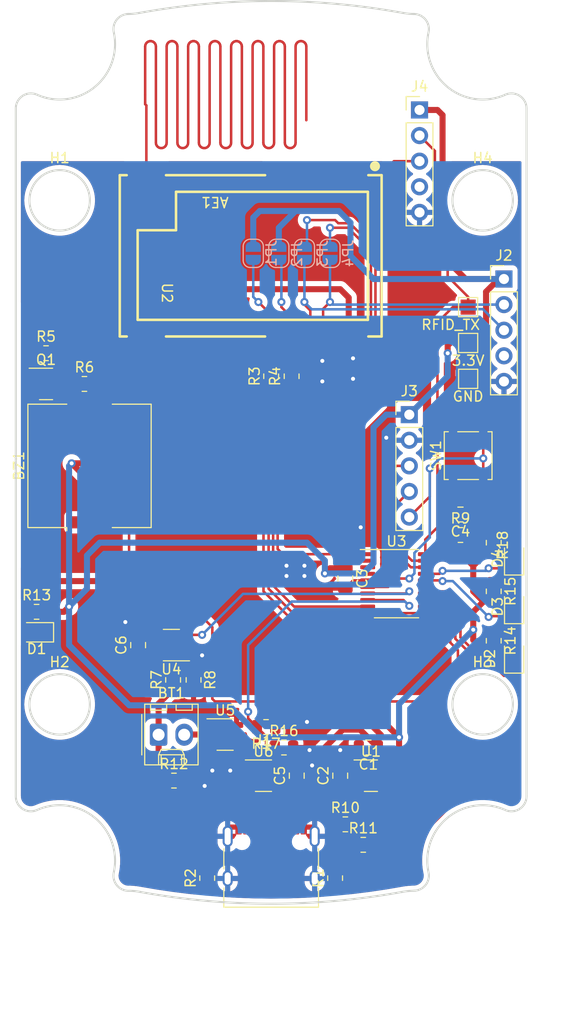
<source format=kicad_pcb>
(kicad_pcb (version 20211014) (generator pcbnew)
  (layers (0 "F.Cu" signal) (31 "B.Cu" signal) (34 "B.Paste" user) (35 "F.Paste" user) (36 "B.SilkS" user "B.Silkscreen") (37 "F.SilkS" user "F.Silkscreen") (38 "B.Mask" user) (39 "F.Mask" user) (44 "Edge.Cuts" user))
  (net 0 "")
  (net 1 "/ANT")
  (net 2 "+BATT")
  (net 3 "Net-(BT1-Pad2)")
  (net 4 "+3V3")
  (net 5 "Net-(BZ1-Pad2)")
  (net 6 "+5V")
  (net 7 "GND")
  (net 8 "/NRST")
  (net 9 "Net-(D1-Pad2)")
  (net 10 "/PA9")
  (net 11 "Net-(D2-Pad2)")
  (net 12 "/PA7")
  (net 13 "Net-(D3-Pad2)")
  (net 14 "/PA8")
  (net 15 "Net-(D4-Pad2)")
  (net 16 "/CC1")
  (net 20 "/CC2")
  (net 24 "/LoRa_TXD_")
  (net 25 "/LoRa_RXD_")
  (net 27 "/SWDIO")
  (net 28 "/SWCLK")
  (net 29 "/RFID_TXD_")
  (net 30 "/RFID_RXD_")
  (net 32 "/M0")
  (net 33 "/M1")
  (net 34 "/LoRa_RXD")
  (net 35 "/LoRa_TXD")
  (net 36 "Net-(Q1-Pad1)")
  (net 37 "/buz")
  (net 38 "Net-(R7-Pad2)")
  (net 39 "/VBUS_sing")
  (net 40 "Net-(R12-Pad2)")
  (net 41 "Net-(R16-Pad1)")
  (net 42 "/CHAR_STAT")
  (net 49 "/LoRa_AUX")
  (net 52 "/BATT_moint")
  (net 53 "/PA10")
  (footprint "LED_SMD:LED_0805_2012Metric" (layer "F.Cu") (at 66.1185 143.764 180)
    (fp_text reference "D1")
    (fp_text value "PWR")
  )
  (footprint "Resistor_SMD:R_0805_2012Metric" (layer "F.Cu") (at 66.1185 141.732)
    (fp_text reference "R13")
    (fp_text value "330")
  )
  (footprint "Package_TO_SOT_SMD:SOT-23" (layer "F.Cu") (at 99.314 157.988)
    (fp_text reference "U1")
    (fp_text value "XC6206P332MR")
  )
  (footprint "Resistor_SMD:R_0805_2012Metric" (layer "F.Cu") (at 91.44 118.364 90)
    (fp_text reference "R4")
    (fp_text value "1k")
  )
  (footprint "Resistor_SMD:R_0805_2012Metric" (layer "F.Cu") (at 111.506 139.7 -90)
    (fp_text reference "R15")
    (fp_text value "1k")
  )
  (footprint "MountingHole:MountingHole_3.2mm_M3" (layer "F.Cu") (at 68.407996 150.913642)
    (fp_text reference "H2")
    (fp_text value "MountingHole")
  )
  (footprint "Resistor_SMD:R_0805_2012Metric" (layer "F.Cu") (at 79.6715 148.4865 90)
    (fp_text reference "R7")
    (fp_text value "2M")
  )
  (footprint "MountingHole:MountingHole_3.2mm_M3" (layer "F.Cu") (at 110.407996 100.913642)
    (fp_text reference "H4")
    (fp_text value "MountingHole")
  )
  (footprint "TestPoint:TestPoint_Pad_1.5x1.5mm" (layer "F.Cu") (at 108.966 118.618)
    (fp_text reference "TP3" hide)
    (fp_text value "GND")
  )
  (footprint "Connector_USB:USB_C_Receptacle_HRO_TYPE-C-31-M-12" (layer "F.Cu") (at 89.407996 167.132)
    (fp_text reference "J1")
    (fp_text value "USB_C_Receptacle_USB2.0")
  )
  (footprint "Resistor_SMD:R_0805_2012Metric" (layer "F.Cu") (at 83.058 168.148 90)
    (fp_text reference "R2")
    (fp_text value "5K1")
  )
  (footprint "LED_SMD:LED_0805_2012Metric" (layer "F.Cu") (at 113.538 136.398 90)
    (fp_text reference "D4")
    (fp_text value "LED")
  )
  (footprint "Button_Switch_SMD:SW_SPST_TL3305A" (layer "F.Cu") (at 108.966 126.238 90)
    (fp_text reference "SW1")
    (fp_text value "SW_Push")
  )
  (footprint "Resistor_SMD:R_0805_2012Metric" (layer "F.Cu") (at 95.758 168.148 90)
    (fp_text reference "R1")
    (fp_text value "5K1")
  )
  (footprint "Buzzer_Beeper:Buzzer_Murata_PKLCS1212E" (layer "F.Cu") (at 71.374 127.254 90)
    (fp_text reference "BZ1")
    (fp_text value "Buzzer")
  )
  (footprint "RF_Module:E220-400TxxS" (layer "F.Cu") (at 87.327 106.671 -90)
    (fp_text reference "U2")
    (fp_text value "E22-400T22S")
  )
  (footprint "Capacitor_SMD:C_0805_2012Metric" (layer "F.Cu") (at 108.204 132.08 180)
    (fp_text reference "C4")
    (fp_text value "C")
  )
  (footprint "Resistor_SMD:R_0805_2012Metric" (layer "F.Cu") (at 111.506 134.874 -90)
    (fp_text reference "R18")
    (fp_text value "1k")
  )
  (footprint "Connector_Molex:Molex_KK-254_AE-6410-02A_1x02_P2.54mm_Vertical" (layer "F.Cu") (at 78.232 153.924)
    (fp_text reference "BT1")
    (fp_text value "Battery")
  )
  (footprint "Resistor_SMD:R_0805_2012Metric" (layer "F.Cu") (at 89.408 118.364 90)
    (fp_text reference "R3")
    (fp_text value "1k")
  )
  (footprint "Connector_PinHeader_2.54mm:PinHeader_1x05_P2.54mm_Vertical" (layer "F.Cu") (at 103.124 122.174)
    (fp_text reference "J3")
    (fp_text value "Conn_01x05_Female")
  )
  (footprint "Resistor_SMD:R_0805_2012Metric" (layer "F.Cu") (at 108.204 134.112)
    (fp_text reference "R9")
    (fp_text value "10k")
  )
  (footprint "MountingHole:MountingHole_3.2mm_M3" (layer "F.Cu") (at 110.407996 150.913642)
    (fp_text reference "H3")
    (fp_text value "MountingHole")
  )
  (footprint "Resistor_SMD:R_0805_2012Metric" (layer "F.Cu") (at 67.056 116.078)
    (fp_text reference "R5")
    (fp_text value "22k")
  )
  (footprint "Resistor_SMD:R_0805_2012Metric" (layer "F.Cu") (at 98.552 164.846)
    (fp_text reference "R11")
    (fp_text value "91k")
  )
  (footprint "Resistor_SMD:R_0805_2012Metric" (layer "F.Cu") (at 81.7035 148.4865 -90)
    (fp_text reference "R8")
    (fp_text value "2M")
  )
  (footprint "Package_TO_SOT_SMD:SOT-23" (layer "F.Cu") (at 67.056 119.126)
    (fp_text reference "Q1")
    (fp_text value "MMBT3904")
  )
  (footprint "Resistor_SMD:R_0805_2012Metric" (layer "F.Cu") (at 90.678 155.194)
    (fp_text reference "R16")
    (fp_text value "1.65K")
  )
  (footprint "Resistor_SMD:R_0805_2012Metric" (layer "F.Cu") (at 88.9 153.162 180)
    (fp_text reference "R17")
    (fp_text value "10k")
  )
  (footprint "TestPoint:TestPoint_Pad_1.5x1.5mm" (layer "F.Cu") (at 108.966 115.062)
    (fp_text reference "TP2" hide)
    (fp_text value "3.3V")
  )
  (footprint "TestPoint:TestPoint_Pad_1.5x1.5mm" (layer "F.Cu") (at 108.966 111.506)
    (fp_text reference "TP1" hide)
    (fp_text value "RFID_TX")
  )
  (footprint "Capacitor_SMD:C_0805_2012Metric" (layer "F.Cu") (at 76.2 145.034 90)
    (fp_text reference "C6")
    (fp_text value "0.1uF")
  )
  (footprint "Package_TO_SOT_SMD:SOT-23-5" (layer "F.Cu") (at 79.502 145.034 180)
    (fp_text reference "U4")
    (fp_text value "LM321")
  )
  (footprint "Capacitor_SMD:C_0805_2012Metric" (layer "F.Cu") (at 96.266 157.988 90)
    (fp_text reference "C2")
    (fp_text value "0.1uF")
  )
  (footprint "Resistor_SMD:R_0805_2012Metric" (layer "F.Cu") (at 111.506 144.6045 -90)
    (fp_text reference "R14")
    (fp_text value "1k")
  )
  (footprint "Resistor_SMD:R_0805_2012Metric" (layer "F.Cu") (at 96.774 162.814)
    (fp_text reference "R10")
    (fp_text value "47k")
  )
  (footprint "MountingHole:MountingHole_3.2mm_M3" (layer "F.Cu") (at 68.407996 100.913642)
    (fp_text reference "H1")
    (fp_text value "MountingHole")
  )
  (footprint "Package_TO_SOT_SMD:TSOT-23-5" (layer "F.Cu") (at 88.646 157.988)
    (fp_text reference "U6")
    (fp_text value "TP4054")
  )
  (footprint "Connector_PinHeader_2.54mm:PinHeader_1x05_P2.54mm_Vertical" (layer "F.Cu") (at 104.14 91.948)
    (fp_text reference "J4")
    (fp_text value "Conn_01x05_Male")
  )
  (footprint "Package_TO_SOT_SMD:SOT-23-5" (layer "F.Cu") (at 84.836 153.904)
    (fp_text reference "U5")
    (fp_text value "DW02")
  )
  (footprint "Resistor_SMD:R_0805_2012Metric" (layer "F.Cu") (at 70.866 119.126)
    (fp_text reference "R6")
    (fp_text value "1k")
  )
  (footprint "RF_Antenna:433MHz_V" (layer "F.Cu") (at 84.836 90.424 180)
    (fp_text reference "AE1")
    (fp_text value "Antenna")
  )
  (footprint "Connector_PinHeader_2.54mm:PinHeader_1x05_P2.54mm_Vertical" (layer "F.Cu") (at 112.522 108.717)
    (fp_text reference "J2")
    (fp_text value "Conn_01x05_Male")
  )
  (footprint "Resistor_SMD:R_0805_2012Metric" (layer "F.Cu") (at 79.756 158.476)
    (fp_text reference "R12")
    (fp_text value "22k")
  )
  (footprint "Package_SO:TSSOP-20_4.4x6.5mm_P0.65mm" (layer "F.Cu") (at 101.854 138.938)
    (fp_text reference "U3")
    (fp_text value "STM32G030FxP")
  )
  (footprint "LED_SMD:LED_0805_2012Metric" (layer "F.Cu") (at 113.538 141.224 90)
    (fp_text reference "D3")
    (fp_text value "LED")
  )
  (footprint "Capacitor_SMD:C_0805_2012Metric" (layer "F.Cu") (at 91.948 157.988 90)
    (fp_text reference "C5")
    (fp_text value "0.1uF")
  )
  (footprint "LED_SMD:LED_0805_2012Metric" (layer "F.Cu") (at 113.538 146.1285 90)
    (fp_text reference "D2")
    (fp_text value "LED")
  )
  (footprint "Capacitor_SMD:C_0805_2012Metric" (layer "F.Cu") (at 96.774 138.43 -90)
    (fp_text reference "C3")
    (fp_text value "0.1uF")
  )
  (footprint "Capacitor_SMD:C_0805_2012Metric" (layer "F.Cu") (at 99.06 155.194 180)
    (fp_text reference "C1")
    (fp_text value "0.1uF")
  )
  (footprint "Jumper:SolderJumper-2_P1.3mm_Open_RoundedPad1.0x1.5mm" (layer "B.Cu") (at 92.71 106.172 90)
    (fp_text reference "JP3")
    (fp_text value "SolderJumper_2_Open")
  )
  (footprint "Jumper:SolderJumper-2_P1.3mm_Open_RoundedPad1.0x1.5mm" (layer "B.Cu") (at 90.17 106.172 90)
    (fp_text reference "JP2")
    (fp_text value "SolderJumper_2_Open")
  )
  (footprint "Jumper:SolderJumper-2_P1.3mm_Open_RoundedPad1.0x1.5mm" (layer "B.Cu") (at 95.25 106.172 90)
    (fp_text reference "JP4")
    (fp_text value "SolderJumper_2_Open")
  )
  (footprint "Jumper:SolderJumper-2_P1.3mm_Open_RoundedPad1.0x1.5mm" (layer "B.Cu") (at 87.63 106.172 90)
    (fp_text reference "JP1")
    (fp_text value "SolderJumper_2_Open")
  )
  (gr_arc locked (start 64.050435 91.803818) (mid 64.734508 90.545178) (end 66.16277 90.434494) (layer "Edge.Cuts") (width 0.2))
  (gr_arc locked (start 76.346883 82.318881) (mid 89.408 81.139273) (end 102.469115 82.318884) (layer "Edge.Cuts") (width 0.2))
  (gr_arc locked (start 105.033277 167.58086) (mid 106.940801 162.144145) (end 112.653223 161.39279) (layer "Edge.Cuts") (width 0.2))
  (gr_arc locked (start 102.469115 169.5084) (mid 89.408 170.688) (end 76.346883 169.508403) (layer "Edge.Cuts") (width 0.2))
  (gr_arc locked (start 75.371109 169.403804) (mid 74.118073 168.897358) (end 73.781036 167.588563) (layer "Edge.Cuts") (width 0.2))
  (gr_line locked (start 114.765557 160.023467) (end 114.765557 91.803818) (layer "Edge.Cuts") (width 0.2))
  (gr_circle locked (center 68.407996 150.913642) (end 71.407996 150.913642) (layer "Edge.Cuts") (width 0.2) (fill none))
  (gr_line locked (start 64.050435 91.803818) (end 64.050435 160.023467) (layer "Edge.Cuts") (width 0.2))
  (gr_arc locked (start 103.567409 82.426504) (mid 103.016036 82.395396) (end 102.469099 82.318976) (layer "Edge.Cuts") (width 0.2))
  (gr_arc locked (start 103.567409 82.426504) (mid 104.735625 82.98507) (end 105.033548 84.245176) (layer "Edge.Cuts") (width 0.2))
  (gr_line locked (start 103.712608 169.400262) (end 103.556784 169.399154) (layer "Edge.Cuts") (width 0.2))
  (gr_arc locked (start 112.653223 90.434494) (mid 106.940332 89.68271) (end 105.033548 84.245176) (layer "Edge.Cuts") (width 0.2))
  (gr_circle locked (center 110.407996 150.913642) (end 113.407996 150.913642) (layer "Edge.Cuts") (width 0.2) (fill none))
  (gr_circle locked (center 68.407996 100.913642) (end 71.407996 100.913642) (layer "Edge.Cuts") (width 0.2) (fill none))
  (gr_arc locked (start 75.371109 169.403804) (mid 75.860925 169.438129) (end 76.346901 169.508309) (layer "Edge.Cuts") (width 0.2))
  (gr_arc locked (start 73.782456 84.245231) (mid 71.875677 89.682734) (end 66.16277 90.434494) (layer "Edge.Cuts") (width 0.2))
  (gr_arc locked (start 66.16277 161.39279) (mid 71.878289 162.146626) (end 73.781036 167.588563) (layer "Edge.Cuts") (width 0.2))
  (gr_arc locked (start 112.653223 90.434494) (mid 114.081475 90.545168) (end 114.765557 91.803818) (layer "Edge.Cuts") (width 0.2))
  (gr_arc locked (start 105.033277 167.58086) (mid 104.731868 168.844718) (end 103.556784 169.399154) (layer "Edge.Cuts") (width 0.2))
  (gr_arc locked (start 76.346901 82.318976) (mid 75.790713 82.396301) (end 75.229999 82.426685) (layer "Edge.Cuts") (width 0.2))
  (gr_arc locked (start 102.469099 169.508309) (mid 103.088327 169.425208) (end 103.712608 169.400262) (layer "Edge.Cuts") (width 0.2))
  (gr_arc locked (start 73.782456 84.245231) (mid 74.07461 82.992383) (end 75.229999 82.426685) (layer "Edge.Cuts") (width 0.2))
  (gr_arc locked (start 114.765557 160.023467) (mid 114.081485 161.28214) (end 112.653223 161.39279) (layer "Edge.Cuts") (width 0.2))
  (gr_arc locked (start 66.16277 161.39279) (mid 64.73449 161.282141) (end 64.050435 160.023467) (layer "Edge.Cuts") (width 0.2))
  (gr_circle locked (center 110.407996 100.913642) (end 113.407996 100.913642) (layer "Edge.Cuts") (width 0.2) (fill none))
  (segment (start 77.016 91.494) (end 77.016 98.417) (width 0.25) (layer "F.Cu") (net 1))
  (segment (start 76.8975 91.186) (end 76.8975 91.3755) (width 0.25) (layer "F.Cu") (net 1))
  (segment (start 76.8975 91.3755) (end 77.016 91.494) (width 0.25) (layer "F.Cu") (net 1))
  (segment (start 78.867 158.4995) (end 78.867 160.401) (width 0.6) (layer "F.Cu") (net 2))
  (segment (start 74.102 145.984) (end 76.2 145.984) (width 0.6) (layer "F.Cu") (net 2))
  (segment (start 78.232 156.21) (end 78.232 153.924) (width 0.6) (layer "F.Cu") (net 2))
  (segment (start 72.39 138.684) (end 73.406 139.7) (width 0.6) (layer "F.Cu") (net 2))
  (segment (start 78.8435 156.8215) (end 78.232 156.21) (width 0.6) (layer "F.Cu") (net 2))
  (segment (start 78.8435 158.476) (end 78.867 158.4995) (width 0.6) (layer "F.Cu") (net 2))
  (segment (start 97.106 114.417) (end 97.106 110.568) (width 0.6) (layer "F.Cu") (net 2))
  (segment (start 77.009 149.399) (end 76.2 148.59) (width 0.6) (layer "F.Cu") (net 2))
  (segment (start 64.88148 136.25548) (end 67.31 138.684) (width 0.6) (layer "F.Cu") (net 2))
  (segment (start 76.2 148.59) (end 76.2 145.984) (width 0.6) (layer "F.Cu") (net 2))
  (segment (start 84.902 158.938) (end 83.058 160.782) (width 0.6) (layer "F.Cu") (net 2))
  (segment (start 78.232 150.8385) (end 79.6715 149.399) (width 0.6) (layer "F.Cu") (net 2))
  (segment (start 73.406 145.288) (end 74.102 145.984) (width 0.6) (layer "F.Cu") (net 2))
  (segment (start 78.232 153.924) (end 78.232 150.8385) (width 0.6) (layer "F.Cu") (net 2))
  (segment (start 67.31 109.728) (end 64.88148 112.15652) (width 0.6) (layer "F.Cu") (net 2))
  (segment (start 64.88148 112.15652) (end 64.88148 136.25548) (width 0.6) (layer "F.Cu") (net 2))
  (segment (start 78.3645 145.984) (end 76.2 145.984) (width 0.6) (layer "F.Cu") (net 2))
  (segment (start 79.248 160.782) (end 78.867 160.401) (width 0.6) (layer "F.Cu") (net 2))
  (segment (start 83.058 160.782) (end 79.248 160.782) (width 0.6) (layer "F.Cu") (net 2))
  (segment (start 97.106 110.568) (end 96.266 109.728) (width 0.6) (layer "F.Cu") (net 2))
  (segment (start 87.5085 158.938) (end 84.902 158.938) (width 0.6) (layer "F.Cu") (net 2))
  (segment (start 78.8435 158.476) (end 78.8435 156.8215) (width 0.6) (layer "F.Cu") (net 2))
  (segment (start 79.6715 149.399) (end 77.009 149.399) (width 0.6) (layer "F.Cu") (net 2))
  (segment (start 96.266 109.728) (end 67.31 109.728) (width 0.6) (layer "F.Cu") (net 2))
  (segment (start 73.406 139.7) (end 73.406 145.288) (width 0.6) (layer "F.Cu") (net 2))
  (segment (start 67.31 138.684) (end 72.39 138.684) (width 0.6) (layer "F.Cu") (net 2))
  (segment (start 80.792 153.904) (end 80.772 153.924) (width 0.6) (layer "F.Cu") (net 3))
  (segment (start 83.6985 153.904) (end 80.792 153.904) (width 0.6) (layer "F.Cu") (net 3))
  (segment (start 74.676 126.238) (end 74.676 120.142) (width 0.6) (layer "F.Cu") (net 4))
  (segment (start 73.66 119.126) (end 71.7785 119.126) (width 0.6) (layer "F.Cu") (net 4))
  (segment (start 109.474 139.7) (end 110.3865 140.6125) (width 0.6) (layer "F.Cu") (net 4))
  (segment (start 98.9915 137.963) (end 97.257 137.963) (width 0.25) (layer "F.Cu") (net 4))
  (segment (start 107.696 105.664) (end 106.426 104.394) (width 0.6) (layer "F.Cu") (net 4))
  (segment (start 106.426 92.456) (end 105.918 91.948) (width 0.6) (layer "F.Cu") (net 4))
  (segment (start 109.474 141.732) (end 109.474 143.51) (width 0.6) (layer "F.Cu") (net 4))
  (segment (start 95.25 137.414) (end 96.708 137.414) (width 0.6) (layer "F.Cu") (net 4))
  (segment (start 109.474 144.526) (end 110.465 145.517) (width 0.6) (layer "F.Cu") (net 4))
  (segment (start 106.426 104.394) (end 106.426 92.456) (width 0.6) (layer "F.Cu") (net 4))
  (segment (start 106.934 115.316) (end 107.442 114.808) (width 0.6) (layer "F.Cu") (net 4))
  (segment (start 107.696 107.696) (end 107.696 105.664) (width 0.6) (layer "F.Cu") (net 4))
  (segment (start 112.522 108.717) (end 108.717 108.717) (width 0.6) (layer "F.Cu") (net 4))
  (segment (start 94.742 137.922) (end 95.25 137.414) (width 0.6) (layer "F.Cu") (net 4))
  (segment (start 109.474 137.16) (end 109.474 139.7) (width 0.6) (layer "F.Cu") (net 4))
  (segment (start 110.3865 140.8195) (end 109.474 141.732) (width 0.6) (layer "F.Cu") (net 4))
  (segment (start 109.474 143.51) (end 109.474 144.526) (width 0.6) (layer "F.Cu") (net 4))
  (segment (start 111.506 135.7865) (end 110.8475 135.7865) (width 0.6) (layer "F.Cu") (net 4))
  (segment (start 107.2915 134.112) (end 107.2915 134.9775) (width 0.6) (layer "F.Cu") (net 4))
  (segment (start 89.8125 153.162) (end 89.8125 152.2495) (width 0.6) (layer "F.Cu") (net 4))
  (segment (start 112.009 108.717) (end 112.522 108.717) (width 0.6) (layer "F.Cu") (net 4))
  (segment (start 89.8125 152.2495) (end 90.678 151.384) (width 0.6) (layer "F.Cu") (net 4))
  (segment (start 68.834 141.732) (end 69.342 141.224) (width 0.6) (layer "F.Cu") (net 4))
  (segment (start 107.2915 134.9775) (end 109.474 137.16) (width 0.6) (layer "F.Cu") (net 4))
  (segment (start 108.712 114.808) (end 108.966 115.062) (width 0.6) (layer "F.Cu") (net 4))
  (segment (start 74.676 120.142) (end 73.66 119.126) (width 0.6) (layer "F.Cu") (net 4))
  (segment (start 105.918 91.948) (end 104.14 91.948) (width 0.6) (layer "F.Cu") (net 4))
  (segment (start 109.728 115.062) (end 110.744 114.046) (width 0.6) (layer "F.Cu") (net 4))
  (segment (start 97.257 137.963) (end 96.774 137.48) (width 0.25) (layer "F.Cu") (net 4))
  (segment (start 97.028 160.782) (end 101.346 160.782) (width 0.6) (layer "F.Cu") (net 4))
  (segment (start 110.744 114.046) (end 110.744 109.982) (width 0.6) (layer "F.Cu") (net 4))
  (segment (start 73.914 127) (end 74.676 126.238) (width 0.6) (layer "F.Cu") (net 4))
  (segment (start 102.108 160.02) (end 102.108 154.178) (width 0.6) (layer "F.Cu") (net 4))
  (segment (start 110.3865 140.6125) (end 111.506 140.6125) (width 0.6) (layer "F.Cu") (net 4))
  (segment (start 110.744 109.982) (end 112.009 108.717) (width 0.6) (layer "F.Cu") (net 4))
  (segment (start 67.031 141.732) (end 68.834 141.732) (width 0.6) (layer "F.Cu") (net 4))
  (segment (start 98.3765 158.938) (end 96.266 158.938) (width 0.6) (layer "F.Cu") (net 4))
  (segment (start 101.346 160.782) (end 102.108 160.02) (width 0.6) (layer "F.Cu") (net 4))
  (segment (start 71.374 128.778) (end 71.374 132.854) (width 0.6) (layer "F.Cu") (net 4))
  (segment (start 96.708 137.414) (end 96.774 137.48) (width 0.6) (layer "F.Cu") (net 4))
  (segment (start 96.266 160.02) (end 97.028 160.782) (width 0.6) (layer "F.Cu") (net 4))
  (segment (start 108.966 115.062) (end 109.728 115.062) (width 0.6) (layer "F.Cu") (net 4))
  (segment (start 106.934 116.078) (end 106.934 115.316) (width 0.6) (layer "F.Cu") (net 4))
  (segment (start 69.596 127) (end 73.914 127) (width 0.6) (layer "F.Cu") (net 4))
  (segment (start 102.108 154.178) (end 99.314 151.384) (width 0.6) (layer "F.Cu") (net 4))
  (segment (start 110.8475 135.7865) (end 109.474 137.16) (width 0.6) (layer "F.Cu") (net 4))
  (segment (start 96.266 158.938) (end 96.266 160.02) (width 0.6) (layer "F.Cu") (net 4))
  (segment (start 110.465 145.517) (end 111.506 145.517) (width 0.6) (layer "F.Cu") (net 4))
  (segment (start 108.717 108.717) (end 107.696 107.696) (width 0.6) (layer "F.Cu") (net 4))
  (segment (start 107.442 114.808) (end 108.712 114.808) (width 0.6) (layer "F.Cu") (net 4))
  (segment (start 99.314 151.384) (end 90.678 151.384) (width 0.6) (layer "F.Cu") (net 4))
  (segment (start 69.596 127) (end 71.374 128.778) (width 0.6) (layer "F.Cu") (net 4))
  (segment (start 110.3865 140.6125) (end 110.3865 140.8195) (width 0.6) (layer "F.Cu") (net 4))
  (via (at 109.474 143.51) (size 0.8) (drill 0.4) (layers "F.Cu" "B.Cu") (net 4))
  (via (at 69.596 127) (size 0.8) (drill 0.4) (layers "F.Cu" "B.Cu") (net 4))
  (via (at 69.342 141.224) (size 0.8) (drill 0.4) (layers "F.Cu" "B.Cu") (net 4))
  (via (at 102.108 154.178) (size 0.8) (drill 0.4) (layers "F.Cu" "B.Cu") (net 4))
  (via (at 106.934 116.078) (size 0.8) (drill 0.4) (layers "F.Cu" "B.Cu") (net 4))
  (via (at 94.742 137.922) (size 0.8) (drill 0.4) (layers "F.Cu" "B.Cu") (net 4))
  (segment (start 69.342 141.224) (end 71.12 139.446) (width 0.6) (layer "B.Cu") (net 4))
  (segment (start 103.124 122.174) (end 100.838 122.174) (width 0.6) (layer "B.Cu") (net 4))
  (segment (start 99.568 136.906) (end 98.552 137.922) (width 0.6) (layer "B.Cu") (net 4))
  (segment (start 72.39 134.874) (end 92.964 134.874) (width 0.6) (layer "B.Cu") (net 4))
  (segment (start 90.17 103.632) (end 90.17 105.522) (width 0.6) (layer "B.Cu") (net 4))
  (segment (start 92.964 134.874) (end 94.742 136.652) (width 0.6) (layer "B.Cu") (net 4))
  (segment (start 94.742 136.652) (end 94.742 137.922) (width 0.6) (layer "B.Cu") (net 4))
  (segment (start 75.312051 151.004051) (end 85.215949 151.004051) (width 0.6) (layer "B.Cu") (net 4))
  (segment (start 112.522 108.717) (end 99.573 108.717) (width 0.6) (layer "B.Cu") (net 4))
  (segment (start 69.342 141.224) (end 69.342 127.254) (width 0.6) (layer "B.Cu") (net 4))
  (segment (start 91.831511 101.970489) (end 88.275511 101.970489) (width 0.6) (layer "B.Cu") (net 4))
  (segment (start 97.282 103.124) (end 96.128489 101.970489) (width 0.6) (layer "B.Cu") (net 4))
  (segment (start 88.389898 154.178) (end 102.108 154.178) (width 0.6) (layer "B.Cu") (net 4))
  (segment (start 69.342 141.224) (end 69.342 145.034) (width 0.6) (layer "B.Cu") (net 4))
  (segment (start 87.63 102.616) (end 87.63 105.522) (width 0.6) (layer "B.Cu") (net 4))
  (segment (start 71.12 136.144) (end 72.39 134.874) (width 0.6) (layer "B.Cu") (net 4))
  (segment (start 71.12 139.446) (end 71.12 136.144) (width 0.6) (layer "B.Cu") (net 4))
  (segment (start 100.838 122.174) (end 99.568 123.444) (width 0.6) (layer "B.Cu") (net 4))
  (segment (start 106.934 118.364) (end 106.934 117.602) (width 0.6) (layer "B.Cu") (net 4))
  (segment (start 102.108 150.876) (end 109.474 143.51) (width 0.6) (layer "B.Cu") (net 4))
  (segment (start 91.831511 101.970489) (end 90.17 103.632) (width 0.6) (layer "B.Cu") (net 4))
  (segment (start 106.934 117.602) (end 106.934 116.078) (width 0.6) (layer "B.Cu") (net 4))
  (segment (start 99.568 123.444) (end 99.568 136.906) (width 0.6) (layer "B.Cu") (net 4))
  (segment (start 96.128489 101.970489) (end 91.831511 101.970489) (width 0.6) (layer "B.Cu") (net 4))
  (segment (start 69.342 127.254) (end 69.596 127) (width 0.6) (layer "B.Cu") (net 4))
  (segment (start 99.573 108.717) (end 97.282 106.426) (width 0.6) (layer "B.Cu") (net 4))
  (segment (start 97.282 106.426) (end 97.282 103.124) (width 0.6) (layer "B.Cu") (net 4))
  (segment (start 103.124 122.174) (end 106.934 118.364) (width 0.6) (layer "B.Cu") (net 4))
  (segment (start 88.275511 101.970489) (end 87.63 102.616) (width 0.6) (layer "B.Cu") (net 4))
  (segment (start 85.215949 151.004051) (end 88.389898 154.178) (width 0.6) (layer "B.Cu") (net 4))
  (segment (start 69.342 145.034) (end 75.312051 151.004051) (width 0.6) (layer "B.Cu") (net 4))
  (segment (start 98.552 137.922) (end 94.742 137.922) (width 0.6) (layer "B.Cu") (net 4))
  (segment (start 102.108 154.178) (end 102.108 150.876) (width 0.6) (layer "B.Cu") (net 4))
  (segment (start 71.374 121.654) (end 70.854 121.654) (width 0.25) (layer "F.Cu") (net 5))
  (segment (start 69.85 119.2295) (end 69.9535 119.126) (width 0.25) (layer "F.Cu") (net 5))
  (segment (start 70.854 121.654) (end 69.85 120.65) (width 0.25) (layer "F.Cu") (net 5))
  (segment (start 69.9535 119.126) (end 67.9935 119.126) (width 0.25) (layer "F.Cu") (net 5))
  (segment (start 69.85 120.65) (end 69.85 119.2295) (width 0.25) (layer "F.Cu") (net 5))
  (segment (start 89.474 158.938) (end 86.957996 161.454004) (width 0.6) (layer "F.Cu") (net 6))
  (segment (start 95.8615 162.814) (end 95.8615 161.3935) (width 0.6) (layer "F.Cu") (net 6))
  (segment (start 91.857996 163.087) (end 91.857996 160.691996) (width 0.6) (layer "F.Cu") (net 6))
  (segment (start 96.52 153.416) (end 94.488 155.448) (width 0.6) (layer "F.Cu") (net 6))
  (segment (start 91.857996 160.691996) (end 91.857996 159.028004) (width 0.6) (layer "F.Cu") (net 6))
  (segment (start 94.488 155.448) (end 94.488 157.988) (width 0.6) (layer "F.Cu") (net 6))
  (segment (start 93.472 159.004) (end 92.014 159.004) (width 0.6) (layer "F.Cu") (net 6))
  (segment (start 95.159996 160.691996) (end 91.857996 160.691996) (width 0.6) (layer "F.Cu") (net 6))
  (segment (start 86.957996 161.454004) (end 86.957996 163.087) (width 0.6) (layer "F.Cu") (net 6))
  (segment (start 89.7835 158.938) (end 89.474 158.938) (width 0.6) (layer "F.Cu") (net 6))
  (segment (start 100.2515 155.4355) (end 100.01 155.194) (width 0.6) (layer "F.Cu") (net 6))
  (segment (start 95.8615 161.3935) (end 95.159996 160.691996) (width 0.6) (layer "F.Cu") (net 6))
  (segment (start 100.2515 157.988) (end 100.2515 155.4355) (width 0.6) (layer "F.Cu") (net 6))
  (segment (start 98.232 153.416) (end 96.52 153.416) (width 0.6) (layer "F.Cu") (net 6))
  (segment (start 91.857996 159.028004) (end 91.948 158.938) (width 0.6) (layer "F.Cu") (net 6))
  (segment (start 100.01 155.194) (end 98.232 153.416) (width 0.6) (layer "F.Cu") (net 6))
  (segment (start 94.488 157.988) (end 93.472 159.004) (width 0.6) (layer "F.Cu") (net 6))
  (segment (start 92.014 159.004) (end 91.948 158.938) (width 0.6) (layer "F.Cu") (net 6))
  (segment (start 91.948 158.938) (end 89.7835 158.938) (width 0.6) (layer "F.Cu") (net 6))
  (segment (start 98.9915 138.613) (end 97.541 138.613) (width 0.25) (layer "F.Cu") (net 7))
  (segment (start 97.541 138.613) (end 96.774 139.38) (width 0.25) (layer "F.Cu") (net 7))
  (via (at 74.93 142.748) (size 0.8) (drill 0.4) (layers "F.Cu" "B.Cu") (net 7))
  (via (at 82.804 159.004) (size 0.8) (drill 0.4) (layers "F.Cu" "B.Cu") (net 7))
  (via (at 92.964 152.654) (size 0.8) (drill 0.4) (layers "F.Cu" "B.Cu") (net 7))
  (via (at 94.488 118.872) (size 0.8) (drill 0.4) (layers "F.Cu" "B.Cu") (net 7))
  (via (at 96.266 155.448) (size 0.8) (drill 0.4) (layers "F.Cu" "B.Cu") (net 7))
  (via (at 92.71 137.16) (size 0.8) (drill 0.4) (layers "F.Cu" "B.Cu") (net 7))
  (via (at 97.536 116.586) (size 0.8) (drill 0.4) (layers "F.Cu" "B.Cu") (net 7))
  (via (at 82.55 146.05) (size 0.8) (drill 0.4) (layers "F.Cu" "B.Cu") (net 7))
  (via (at 85.344 157.48) (size 0.8) (drill 0.4) (layers "F.Cu" "B.Cu") (net 7))
  (via (at 92.71 138.176) (size 0.8) (drill 0.4) (layers "F.Cu" "B.Cu") (net 7))
  (via (at 100.838 124.46) (size 0.8) (drill 0.4) (layers "F.Cu" "B.Cu") (net 7))
  (via (at 94.488 116.84) (size 0.8) (drill 0.4) (layers "F.Cu" "B.Cu") (net 7))
  (via (at 83.566 157.48) (size 0.8) (drill 0.4) (layers "F.Cu" "B.Cu") (net 7))
  (via (at 98.298 133.35) (size 0.8) (drill 0.4) (layers "F.Cu" "B.Cu") (net 7))
  (via (at 90.932 138.176) (size 0.8) (drill 0.4) (layers "F.Cu" "B.Cu") (net 7))
  (via (at 93.472 156.972) (size 0.8) (drill 0.4) (layers "F.Cu" "B.Cu") (net 7))
  (via (at 90.932 137.16) (size 0.8) (drill 0.4) (layers "F.Cu" "B.Cu") (net 7))
  (via (at 93.218 155.448) (size 0.8) (drill 0.4) (layers "F.Cu" "B.Cu") (net 7))
  (via (at 97.536 118.618) (size 0.8) (drill 0.4) (layers "F.Cu" "B.Cu") (net 7))
  (segment (start 109.154 130.368) (end 109.154 132.08) (width 0.25) (layer "F.Cu") (net 8))
  (segment (start 101.021 139.263) (end 101.854 138.43) (width 0.25) (layer "F.Cu") (net 8))
  (segment (start 110.466 126.77) (end 110.466 129.838) (width 0.25) (layer "F.Cu") (net 8))
  (segment (start 110.466 129.838) (end 109.684 129.838) (width 0.25) (layer "F.Cu") (net 8))
  (segment (start 109.1165 132.1175) (end 109.154 132.08) (width 0.25) (layer "F.Cu") (net 8))
  (segment (start 109.684 129.838) (end 109.154 130.368) (width 0.25) (layer "F.Cu") (net 8))
  (segment (start 103.124 138.43) (end 101.854 138.43) (width 0.25) (layer "F.Cu") (net 8))
  (segment (start 109.1165 134.112) (end 109.1165 132.1175) (width 0.25) (layer "F.Cu") (net 8))
  (segment (start 105.156 130.302) (end 105.156 127.508) (width 0.25) (layer "F.Cu") (net 8))
  (segment (start 98.9915 139.263) (end 101.021 139.263) (width 0.25) (layer "F.Cu") (net 8))
  (segment (start 103.124 132.334) (end 105.156 130.302) (width 0.25) (layer "F.Cu") (net 8))
  (segment (start 110.466 122.638) (end 110.466 126.516) (width 0.25) (layer "F.Cu") (net 8))
  (segment (start 110.466 126.516) (end 110.466 126.77) (width 0.25) (layer "F.Cu") (net 8))
  (via (at 110.466 126.516) (size 0.8) (drill 0.4) (layers "F.Cu" "B.Cu") (net 8))
  (via (at 103.124 138.43) (size 0.8) (drill 0.4) (layers "F.Cu" "B.Cu") (net 8))
  (via (at 105.156 127.508) (size 0.8) (drill 0.4) (layers "F.Cu" "B.Cu") (net 8))
  (segment (start 106.148 126.516) (end 110.466 126.516) (width 0.25) (layer "B.Cu") (net 8))
  (segment (start 103.632 137.922) (end 103.632 135.89) (width 0.25) (layer "B.Cu") (net 8))
  (segment (start 103.632 135.89) (end 105.156 134.366) (width 0.25) (layer "B.Cu") (net 8))
  (segment (start 105.156 134.366) (end 105.156 127.508) (width 0.25) (layer "B.Cu") (net 8))
  (segment (start 105.156 127.508) (end 106.148 126.516) (width 0.25) (layer "B.Cu") (net 8))
  (segment (start 103.124 138.43) (end 103.632 137.922) (width 0.25) (layer "B.Cu") (net 8))
  (segment (start 65.181 141.757) (end 65.206 141.732) (width 0.25) (layer "F.Cu") (net 9))
  (segment (start 65.181 143.764) (end 65.181 141.757) (width 0.25) (layer "F.Cu") (net 9))
  (segment (start 110.998 142.24) (end 111.0765 142.1615) (width 0.25) (layer "F.Cu") (net 10))
  (segment (start 104.7165 138.613) (end 106.355 138.613) (width 0.25) (layer "F.Cu") (net 10))
  (segment (start 111.0765 142.1615) (end 113.538 142.1615) (width 0.25) (layer "F.Cu") (net 10))
  (segment (start 106.355 138.613) (end 106.426 138.684) (width 0.25) (layer "F.Cu") (net 10))
  (via (at 110.998 142.24) (size 0.8) (drill 0.4) (layers "F.Cu" "B.Cu") (net 10))
  (via (at 106.426 138.684) (size 0.8) (drill 0.4) (layers "F.Cu" "B.Cu") (net 10))
  (segment (start 107.442 138.684) (end 110.998 142.24) (width 0.25) (layer "B.Cu") (net 10))
  (segment (start 106.426 138.684) (end 107.442 138.684) (width 0.25) (layer "B.Cu") (net 10))
  (segment (start 111.506 143.692) (end 113.212 143.692) (width 0.25) (layer "F.Cu") (net 11))
  (segment (start 113.792 144.272) (end 113.792 144.937) (width 0.25) (layer "F.Cu") (net 11))
  (segment (start 113.212 143.692) (end 113.792 144.272) (width 0.25) (layer "F.Cu") (net 11))
  (segment (start 113.792 144.937) (end 113.538 145.191) (width 0.25) (layer "F.Cu") (net 11))
  (segment (start 112.6255 138.7875) (end 113.538 139.7) (width 0.25) (layer "F.Cu") (net 13))
  (segment (start 113.538 139.7) (end 113.538 140.2865) (width 0.25) (layer "F.Cu") (net 13))
  (segment (start 111.506 138.7875) (end 112.6255 138.7875) (width 0.25) (layer "F.Cu") (net 13))
  (segment (start 112.776 147.066) (end 112.268 146.558) (width 0.25) (layer "F.Cu") (net 14))
  (segment (start 107.188 139.7) (end 105.841361 139.7) (width 0.25) (layer "F.Cu") (net 14))
  (segment (start 108.204 140.716) (end 107.188 139.7) (width 0.25) (layer "F.Cu") (net 14))
  (segment (start 112.268 146.558) (end 110.49 146.558) (width 0.25) (layer "F.Cu") (net 14))
  (segment (start 105.404361 139.263) (end 104.7165 139.263) (width 0.25) (layer "F.Cu") (net 14))
  (segment (start 110.49 146.558) (end 108.204 144.272) (width 0.25) (layer "F.Cu") (net 14))
  (segment (start 113.538 147.066) (end 112.776 147.066) (width 0.25) (layer "F.Cu") (net 14))
  (segment (start 108.204 144.272) (end 108.204 140.716) (width 0.25) (layer "F.Cu") (net 14))
  (segment (start 105.841361 139.7) (end 105.404361 139.263) (width 0.25) (layer "F.Cu") (net 14))
  (segment (start 112.6255 133.9615) (end 113.538 134.874) (width 0.25) (layer "F.Cu") (net 15))
  (segment (start 111.506 133.9615) (end 112.6255 133.9615) (width 0.25) (layer "F.Cu") (net 15))
  (segment (start 113.538 134.874) (end 113.538 135.4605) (width 0.25) (layer "F.Cu") (net 15))
  (segment (start 83.566 166.37) (end 83.058 166.878) (width 0.25) (layer "F.Cu") (net 16))
  (segment (start 83.058 166.878) (end 83.058 167.2355) (width 0.25) (layer "F.Cu") (net 16))
  (segment (start 88.157996 165.588004) (end 87.376 166.37) (width 0.25) (layer "F.Cu") (net 16))
  (segment (start 87.376 166.37) (end 83.566 166.37) (width 0.25) (layer "F.Cu") (net 16))
  (segment (start 88.157996 163.087) (end 88.157996 165.588004) (width 0.25) (layer "F.Cu") (net 16))
  (segment (start 95.3535 167.2355) (end 94.488 166.37) (width 0.25) (layer "F.Cu") (net 20))
  (segment (start 91.157996 165.579996) (end 91.157996 163.087) (width 0.25) (layer "F.Cu") (net 20))
  (segment (start 94.488 166.37) (end 91.948 166.37) (width 0.25) (layer "F.Cu") (net 20))
  (segment (start 95.758 167.2355) (end 95.3535 167.2355) (width 0.25) (layer "F.Cu") (net 20))
  (segment (start 91.948 166.37) (end 91.157996 165.579996) (width 0.25) (layer "F.Cu") (net 20))
  (segment (start 94.566 114.417) (end 94.566 111.682) (width 0.25) (layer "F.Cu") (net 24))
  (segment (start 94.566 111.682) (end 95.25 110.998) (width 0.25) (layer "F.Cu") (net 24))
  (via (at 95.25 110.998) (size 0.8) (drill 0.4) (layers "F.Cu" "B.Cu") (net 24))
  (segment (start 112.522 111.257) (end 95.509 111.257) (width 0.25) (layer "B.Cu") (net 24))
  (segment (start 95.509 111.257) (end 95.25 110.998) (width 0.25) (layer "B.Cu") (net 24))
  (segment (start 95.25 110.998) (end 95.25 106.822) (width 0.25) (layer "B.Cu") (net 24))
  (segment (start 93.296 114.417) (end 93.296 111.838) (width 0.25) (layer "F.Cu") (net 25))
  (segment (start 92.71 111.252) (end 92.71 110.998) (width 0.25) (layer "F.Cu") (net 25))
  (segment (start 93.296 111.838) (end 92.71 111.252) (width 0.25) (layer "F.Cu") (net 25))
  (via (at 92.71 110.998) (size 0.8) (drill 0.4) (layers "F.Cu" "B.Cu") (net 25))
  (segment (start 92.71 110.998) (end 92.71 106.822) (width 0.25) (layer "B.Cu") (net 25))
  (segment (start 110.43152 111.70652) (end 109.728 111.70652) (width 0.25) (layer "B.Cu") (net 25))
  (segment (start 93.434511 111.722511) (end 92.71 110.998) (width 0.25) (layer "B.Cu") (net 25))
  (segment (start 109.728 111.70652) (end 109.712009 111.722511) (width 0.25) (layer "B.Cu") (net 25))
  (segment (start 112.522 113.797) (end 110.43152 111.70652) (width 0.25) (layer "B.Cu") (net 25))
  (segment (start 109.712009 111.722511) (end 93.434511 111.722511) (width 0.25) (layer "B.Cu") (net 25))
  (segment (start 102.362 136.398) (end 102.362 135.001718) (width 0.25) (layer "F.Cu") (net 27))
  (segment (start 102.362 135.001718) (end 101.092 133.731718) (width 0.25) (layer "F.Cu") (net 27))
  (segment (start 103.277 137.313) (end 102.362 136.398) (width 0.25) (layer "F.Cu") (net 27))
  (segment (start 101.6 130.682282) (end 101.6 127.508) (width 0.25) (layer "F.Cu") (net 27))
  (segment (start 101.854 127.254) (end 103.124 127.254) (width 0.25) (layer "F.Cu") (net 27))
  (segment (start 104.7165 137.313) (end 103.277 137.313) (width 0.25) (layer "F.Cu") (net 27))
  (segment (start 101.6 127.508) (end 101.854 127.254) (width 0.25) (layer "F.Cu") (net 27))
  (segment (start 101.092 131.190282) (end 101.6 130.682282) (width 0.25) (layer "F.Cu") (net 27))
  (segment (start 101.092 133.731718) (end 101.092 131.190282) (width 0.25) (layer "F.Cu") (net 27))
  (segment (start 104.7165 136.663) (end 103.389 136.663) (width 0.25) (layer "F.Cu") (net 28))
  (segment (start 101.6 133.604) (end 101.6 131.318) (width 0.25) (layer "F.Cu") (net 28))
  (segment (start 101.6 131.318) (end 103.124 129.794) (width 0.25) (layer "F.Cu") (net 28))
  (segment (start 102.87 136.144) (end 102.87 134.874) (width 0.25) (layer "F.Cu") (net 28))
  (segment (start 103.389 136.663) (end 102.87 136.144) (width 0.25) (layer "F.Cu") (net 28))
  (segment (start 102.87 134.874) (end 101.6 133.604) (width 0.25) (layer "F.Cu") (net 28))
  (segment (start 108.966 110.49) (end 106.934 108.458) (width 0.25) (layer "F.Cu") (net 29))
  (segment (start 105.918 133.35) (end 105.918 113.03) (width 0.25) (layer "F.Cu") (net 29))
  (segment (start 106.934 108.458) (end 106.934 105.918) (width 0.25) (layer "F.Cu") (net 29))
  (segment (start 106.934 105.918) (end 105.664 104.648) (width 0.25) (layer "F.Cu") (net 29))
  (segment (start 104.7165 136.013) (end 104.7165 134.5515) (width 0.25) (layer "F.Cu") (net 29))
  (segment (start 108.966 111.506) (end 108.966 110.49) (width 0.25) (layer "F.Cu") (net 29))
  (segment (start 105.918 113.03) (end 107.442 111.506) (width 0.25) (layer "F.Cu") (net 29))
  (segment (start 107.442 111.506) (end 108.966 111.506) (width 0.25) (layer "F.Cu") (net 29))
  (segment (start 105.664 104.648) (end 105.664 96.012) (width 0.25) (layer "F.Cu") (net 29))
  (segment (start 105.664 96.012) (end 104.14 94.488) (width 0.25) (layer "F.Cu") (net 29))
  (segment (start 104.7165 134.5515) (end 105.918 133.35) (width 0.25) (layer "F.Cu") (net 29))
  (segment (start 100.33 98.298) (end 101.6 97.028) (width 0.25) (layer "F.Cu") (net 30))
  (segment (start 90.05304 131.436396) (end 100.33 121.159435) (width 0.25) (layer "F.Cu") (net 30))
  (segment (start 90.56708 136.013) (end 90.05304 135.49896) (width 0.25) (layer "F.Cu") (net 30))
  (segment (start 100.33 121.159435) (end 100.33 98.298) (width 0.25) (layer "F.Cu") (net 30))
  (segment (start 98.9915 136.013) (end 90.56708 136.013) (width 0.25) (layer "F.Cu") (net 30))
  (segment (start 90.05304 135.49896) (end 90.05304 131.436396) (width 0.25) (layer "F.Cu") (net 30))
  (segment (start 101.6 97.028) (end 104.14 97.028) (width 0.25) (layer "F.Cu") (net 30))
  (segment (start 90.756 113.616) (end 88.138 110.998) (width 0.25) (layer "F.Cu") (net 32))
  (segment (start 90.756 115.746) (end 90.756 114.417) (width 0.25) (layer "F.Cu") (net 32))
  (segment (start 89.408 117.4515) (end 89.408 117.094) (width 0.25) (layer "F.Cu") (net 32))
  (segment (start 89.408 117.094) (end 90.756 115.746) (width 0.25) (layer "F.Cu") (net 32))
  (segment (start 90.756 114.417) (end 90.756 113.616) (width 0.25) (layer "F.Cu") (net 32))
  (via (at 88.138 110.998) (size 0.8) (drill 0.4) (layers "F.Cu" "B.Cu") (net 32))
  (segment (start 87.63 110.49) (end 87.63 106.822) (width 0.25) (layer "B.Cu") (net 32))
  (segment (start 88.138 110.998) (end 87.63 110.49) (width 0.25) (layer "B.Cu") (net 32))
  (segment (start 90.424 111.506) (end 90.424 110.998) (width 0.25) (layer "F.Cu") (net 33))
  (segment (start 92.026 113.108) (end 90.424 111.506) (width 0.25) (layer "F.Cu") (net 33))
  (segment (start 92.026 114.417) (end 92.026 116.8655) (width 0.25) (layer "F.Cu") (net 33))
  (segment (start 92.026 116.8655) (end 91.44 117.4515) (width 0.25) (layer "F.Cu") (net 33))
  (segment (start 92.026 114.417) (end 92.026 113.108) (width 0.25) (layer "F.Cu") (net 33))
  (via (at 90.424 110.998) (size 0.8) (drill 0.4) (layers "F.Cu" "B.Cu") (net 33))
  (segment (start 90.424 107.076) (end 90.17 106.822) (width 0.25) (layer "B.Cu") (net 33))
  (segment (start 90.424 110.998) (end 90.424 107.076) (width 0.25) (layer "B.Cu") (net 33))
  (segment (start 89.60352 131.250198) (end 99.76352 121.090197) (width 0.25) (layer "F.Cu") (net 34))
  (segment (start 96.774 103.18248) (end 96.07048 103.18248) (width 0.25) (layer "F.Cu") (net 34))
  (segment (start 89.60352 139.13352) (end 89.60352 135.636) (width 0.25) (layer "F.Cu") (net 34))
  (segment (start 91.683 141.213) (end 89.60352 139.13352) (width 0.25) (layer "F.Cu") (net 34))
  (segment (start 95.758 102.87) (end 92.964 102.87) (width 0.25) (layer "F.Cu") (net 34))
  (segment (start 97.214197 103.18248) (end 96.774 103.18248) (width 0.25) (layer "F.Cu") (net 34))
  (segment (start 98.9915 141.213) (end 91.683 141.213) (width 0.25) (layer "F.Cu") (net 34))
  (segment (start 99.76352 105.731803) (end 97.214197 103.18248) (width 0.25) (layer "F.Cu") (net 34))
  (segment (start 89.60352 135.636) (end 89.60352 131.250198) (width 0.25) (layer "F.Cu") (net 34))
  (segment (start 96.07048 103.18248) (end 95.758 102.87) (width 0.25) (layer "F.Cu") (net 34))
  (segment (start 99.76352 121.090197) (end 99.76352 105.731803) (width 0.25) (layer "F.Cu") (net 34))
  (via (at 92.964 102.87) (size 0.8) (drill 0.4) (layers "F.Cu" "B.Cu") (net 34))
  (segment (start 92.964 105.268) (end 92.71 105.522) (width 0.25) (layer "B.Cu") (net 34))
  (segment (start 92.964 102.87) (end 92.964 105.268) (width 0.25) (layer "B.Cu") (net 34))
  (segment (start 91.571 141.863) (end 90.17 140.462) (width 0.25) (layer "F.Cu") (net 35))
  (segment (start 90.17 140.462) (end 89.154 139.446) (width 0.25) (layer "F.Cu") (net 35))
  (segment (start 99.314 120.904) (end 99.314 105.918) (width 0.25) (layer "F.Cu") (net 35))
  (segment (start 98.9915 141.863) (end 91.571 141.863) (width 0.25) (layer "F.Cu") (net 35))
  (segment (start 98.806 121.412) (end 99.314 120.904) (width 0.25) (layer "F.Cu") (net 35))
  (segment (start 97.028 103.632) (end 95.25 103.632) (width 0.25) (layer "F.Cu") (net 35))
  (segment (start 89.154 131.064) (end 98.806 121.412) (width 0.25) (layer "F.Cu") (net 35))
  (segment (start 89.154 139.446) (end 89.154 131.064) (width 0.25) (layer "F.Cu") (net 35))
  (segment (start 99.314 105.918) (end 97.028 103.632) (width 0.25) (layer "F.Cu") (net 35))
  (via (at 95.25 103.632) (size 0.8) (drill 0.4) (layers "F.Cu" "B.Cu") (net 35))
  (segment (start 95.25 103.632) (end 95.25 105.522) (width 0.25) (layer "B.Cu") (net 35))
  (segment (start 66.1185 118.176) (end 66.1185 116.103) (width 0.25) (layer "F.Cu") (net 36))
  (segment (start 66.1185 116.103) (end 66.1435 116.078) (width 0.25) (layer "F.Cu") (net 36))
  (segment (start 83.566 150.368) (end 83.566 143.256) (width 0.25) (layer "F.Cu") (net 37))
  (segment (start 70.612 117.602) (end 69.088 116.078) (width 0.25) (layer "F.Cu") (net 37))
  (segment (start 83.566 143.256) (end 82.804 142.494) (width 0.25) (layer "F.Cu") (net 37))
  (segment (start 104.902 150.622) (end 83.82 150.622) (width 0.25) (layer "F.Cu") (net 37))
  (segment (start 76.2 142.494) (end 75.30052 141.59452) (width 0.25) (layer "F.Cu") (net 37))
  (segment (start 82.804 142.494) (end 76.2 142.494) (width 0.25) (layer "F.Cu") (net 37))
  (segment (start 107.95 147.574) (end 104.902 150.622) (width 0.25) (layer "F.Cu") (net 37))
  (segment (start 106.923 141.213) (end 107.188 141.478) (width 0.25) (layer "F.Cu") (net 37))
  (segment (start 107.188 141.478) (end 107.188 144.78) (width 0.25) (layer "F.Cu") (net 37))
  (segment (start 75.30052 141.59452) (end 75.30052 119.883316) (width 0.25) (layer "F.Cu") (net 37))
  (segment (start 83.82 150.622) (end 83.566 150.368) (width 0.25) (layer "F.Cu") (net 37))
  (segment (start 73.019204 117.602) (end 70.612 117.602) (width 0.25) (layer "F.Cu") (net 37))
  (segment (start 107.95 145.542) (end 107.95 147.574) (width 0.25) (layer "F.Cu") (net 37))
  (segment (start 69.088 116.078) (end 67.9685 116.078) (width 0.25) (layer "F.Cu") (net 37))
  (segment (start 107.188 144.78) (end 107.95 145.542) (width 0.25) (layer "F.Cu") (net 37))
  (segment (start 104.7165 141.213) (end 106.923 141.213) (width 0.25) (layer "F.Cu") (net 37))
  (segment (start 75.30052 119.883316) (end 73.019204 117.602) (width 0.25) (layer "F.Cu") (net 37))
  (segment (start 80.6395 145.984) (end 80.6395 147.4415) (width 0.25) (layer "F.Cu") (net 38))
  (segment (start 80.6395 147.4415) (end 80.772 147.574) (width 0.25) (layer "F.Cu") (net 38))
  (segment (start 80.772 147.574) (end 81.7035 147.574) (width 0.25) (layer "F.Cu") (net 38))
  (segment (start 79.6715 147.574) (end 80.772 147.574) (width 0.25) (layer "F.Cu") (net 38))
  (segment (start 112.268 147.828) (end 112.522 148.082) (width 0.25) (layer "F.Cu") (net 39))
  (segment (start 107.696 140.97) (end 107.696 142.494) (width 0.25) (layer "F.Cu") (net 39))
  (segment (start 104.7165 140.563) (end 107.289 140.563) (width 0.25) (layer "F.Cu") (net 39))
  (segment (start 107.289 140.563) (end 107.696 140.97) (width 0.25) (layer "F.Cu") (net 39))
  (segment (start 112.522 148.082) (end 113.284 148.082) (width 0.25) (layer "F.Cu") (net 39))
  (segment (start 108.458 159.766) (end 105.41 162.814) (width 0.25) (layer "F.Cu") (net 39))
  (segment (start 107.696 144.399717) (end 110.362282 147.066) (width 0.25) (layer "F.Cu") (net 39))
  (segment (start 97.6865 164.846) (end 97.6865 162.814) (width 0.25) (layer "F.Cu") (net 39))
  (segment (start 112.268 147.193718) (end 112.268 147.828) (width 0.25) (layer "F.Cu") (net 39))
  (segment (start 114.046 158.496) (end 112.776 159.766) (width 0.25) (layer "F.Cu") (net 39))
  (segment (start 105.41 162.814) (end 97.6865 162.814) (width 0.25) (layer "F.Cu") (net 39))
  (segment (start 112.776 159.766) (end 108.458 159.766) (width 0.25) (layer "F.Cu") (net 39))
  (segment (start 110.362282 147.066) (end 112.140282 147.066) (width 0.25) (layer "F.Cu") (net 39))
  (segment (start 114.046 148.844) (end 114.046 158.496) (width 0.25) (layer "F.Cu") (net 39))
  (segment (start 112.140282 147.066) (end 112.268 147.193718) (width 0.25) (layer "F.Cu") (net 39))
  (segment (start 113.284 148.082) (end 114.046 148.844) (width 0.25) (layer "F.Cu") (net 39))
  (segment (start 107.696 142.494) (end 107.696 144.399717) (width 0.25) (layer "F.Cu") (net 39))
  (segment (start 80.6685 156.8215) (end 80.6685 158.476) (width 0.25) (layer "F.Cu") (net 40))
  (segment (start 83.6985 154.854) (end 82.636 154.854) (width 0.25) (layer "F.Cu") (net 40))
  (segment (start 82.636 154.854) (end 80.6685 156.8215) (width 0.25) (layer "F.Cu") (net 40))
  (segment (start 89.7835 157.038) (end 89.7835 155.212) (width 0.25) (layer "F.Cu") (net 41))
  (segment (start 89.7835 155.212) (end 89.7655 155.194) (width 0.25) (layer "F.Cu") (net 41))
  (segment (start 87.818 157.038) (end 87.5085 157.038) (width 0.25) (layer "F.Cu") (net 42))
  (segment (start 87.9875 153.162) (end 88.9 154.0745) (width 0.25) (layer "F.Cu") (net 42))
  (segment (start 87.122 151.638) (end 87.122 152.2965) (width 0.25) (layer "F.Cu") (net 42))
  (segment (start 88.9 155.956) (end 87.818 157.038) (width 0.25) (layer "F.Cu") (net 42))
  (segment (start 88.9 154.0745) (end 88.9 155.956) (width 0.25) (layer "F.Cu") (net 42))
  (segment (start 103.124 141.1385) (end 102.5485 140.563) (width 0.25) (layer "F.Cu") (net 42))
  (segment (start 102.5485 140.563) (end 98.9915 140.563) (width 0.25) (layer "F.Cu") (net 42))
  (segment (start 87.122 152.2965) (end 87.9875 153.162) (width 0.25) (layer "F.Cu") (net 42))
  (via (at 87.122 151.638) (size 0.8) (drill 0.4) (layers "F.Cu" "B.Cu") (net 42))
  (via (at 103.124 141.1385) (size 0.8) (drill 0.4) (layers "F.Cu" "B.Cu") (net 42))
  (segment (start 91.44 140.716) (end 87.122 145.034) (width 0.25) (layer "B.Cu") (net 42))
  (segment (start 87.122 145.034) (end 87.122 151.638) (width 0.25) (layer "B.Cu") (net 42))
  (segment (start 103.124 141.1385) (end 102.7015 140.716) (width 0.25) (layer "B.Cu") (net 42))
  (segment (start 102.7015 140.716) (end 91.44 140.716) (width 0.25) (layer "B.Cu") (net 42))
  (segment (start 95.836 123.62) (end 95.836 114.417) (width 0.25) (layer "F.Cu") (net 49))
  (segment (start 104.7165 141.863) (end 100.961 141.863) (width 0.25) (layer "F.Cu") (net 49))
  (segment (start 100.33 142.494) (end 91.44 142.494) (width 0.25) (layer "F.Cu") (net 49))
  (segment (start 100.961 141.863) (end 100.33 142.494) (width 0.25) (layer "F.Cu") (net 49))
  (segment (start 88.646 130.81) (end 95.836 123.62) (width 0.25) (layer "F.Cu") (net 49))
  (segment (start 88.646 139.7) (end 88.646 130.81) (width 0.25) (layer "F.Cu") (net 49))
  (segment (start 91.44 142.494) (end 88.646 139.7) (width 0.25) (layer "F.Cu") (net 49))
  (segment (start 82.55 144.018) (end 80.7055 144.018) (width 0.25) (layer "F.Cu") (net 52))
  (segment (start 80.7055 144.018) (end 80.6395 144.084) (width 0.25) (layer "F.Cu") (net 52))
  (segment (start 102.911 139.913) (end 98.9915 139.913) (width 0.25) (layer "F.Cu") (net 52))
  (segment (start 78.3645 144.084) (end 80.6395 144.084) (width 0.25) (layer "F.Cu") (net 52))
  (segment (start 103.124 139.7) (end 102.911 139.913) (width 0.25) (layer "F.Cu") (net 52))
  (via (at 103.124 139.7) (size 0.8) (drill 0.4) (layers "F.Cu" "B.Cu") (net 52))
  (via (at 82.55 144.018) (size 0.8) (drill 0.4) (layers "F.Cu" "B.Cu") (net 52))
  (segment (start 103.124 139.7) (end 102.87 139.954) (width 0.25) (layer "B.Cu") (net 52))
  (segment (start 102.87 139.954) (end 86.614 139.954) (width 0.25) (layer "B.Cu") (net 52))
  (segment (start 86.614 139.954) (end 82.55 144.018) (width 0.25) (layer "B.Cu") (net 52))
  (segment (start 113.4595 137.414) (end 113.538 137.3355) (width 0.25) (layer "F.Cu") (net 53))
  (segment (start 106.426 137.668) (end 106.131 137.963) (width 0.25) (layer "F.Cu") (net 53))
  (segment (start 110.998 137.414) (end 113.4595 137.414) (width 0.25) (layer "F.Cu") (net 53))
  (segment (start 106.131 137.963) (end 104.7165 137.963) (width 0.25) (layer "F.Cu") (net 53))
  (via (at 110.998 137.414) (size 0.8) (drill 0.4) (layers "F.Cu" "B.Cu") (net 53))
  (via (at 106.426 137.668) (size 0.8) (drill 0.4) (layers "F.Cu" "B.Cu") (net 53))
  (segment (start 106.426 137.668) (end 110.744 137.668) (width 0.25) (layer "B.Cu") (net 53))
  (segment (start 110.744 137.668) (end 110.998 137.414) (width 0.25) (layer "B.Cu") (net 53))
  (zone (net 7) (net_name "GND") (layers F&B.Cu) (connect_pads (clearance 0.508)) (min_thickness 0.254) (fill yes (thermal_gap 0.508) (thermal_bridge_width 0.508))
    (polygon (pts (xy 116.332 172.466) (xy 62.484 172.466) (xy 62.738 97.028) (xy 116.078 97.028)))
  )
)
</source>
